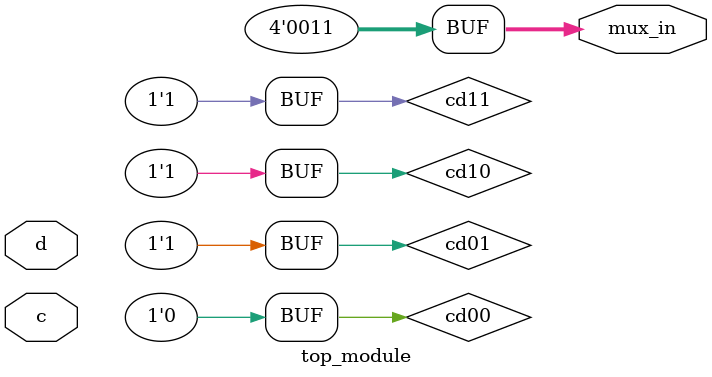
<source format=sv>
module top_module (
	input c,
	input d,
	output [3:0] mux_in
);

wire cd00 = 1'b0;
wire cd01 = 1'b1;
wire cd11 = 1'b1;
wire cd10 = 1'b1;

assign mux_in[0] = cd10;
assign mux_in[1] = ~cd00;
assign mux_in[2] = ~cd11;
assign mux_in[3] = ~cd10;

endmodule

</source>
